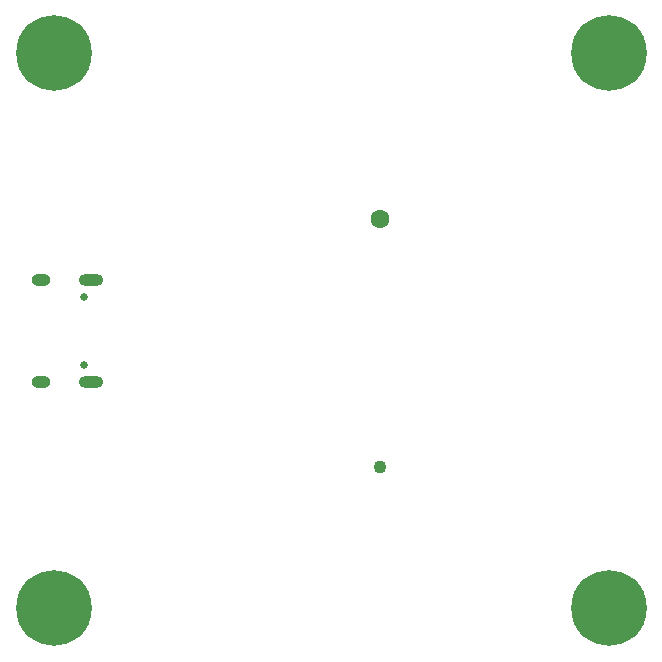
<source format=gbs>
%TF.GenerationSoftware,KiCad,Pcbnew,(6.0.5)*%
%TF.CreationDate,2024-08-03T11:57:57+02:00*%
%TF.ProjectId,gl823k_card_reader,676c3832-336b-45f6-9361-72645f726561,rev?*%
%TF.SameCoordinates,Original*%
%TF.FileFunction,Soldermask,Bot*%
%TF.FilePolarity,Negative*%
%FSLAX46Y46*%
G04 Gerber Fmt 4.6, Leading zero omitted, Abs format (unit mm)*
G04 Created by KiCad (PCBNEW (6.0.5)) date 2024-08-03 11:57:57*
%MOMM*%
%LPD*%
G01*
G04 APERTURE LIST*
%ADD10C,0.650000*%
%ADD11O,1.600000X1.000000*%
%ADD12O,2.100000X1.000000*%
%ADD13C,6.400000*%
%ADD14C,1.100000*%
%ADD15C,1.600000*%
G04 APERTURE END LIST*
D10*
%TO.C,J1*%
X127600000Y-93390000D03*
X127600000Y-87610000D03*
D11*
X123950000Y-94820000D03*
D12*
X128130000Y-86180000D03*
X128130000Y-94820000D03*
D11*
X123950000Y-86180000D03*
%TD*%
D13*
%TO.C,H4*%
X172000000Y-114000000D03*
%TD*%
D14*
%TO.C,J2*%
X152600000Y-102000000D03*
D15*
X152600000Y-81000000D03*
%TD*%
D13*
%TO.C,H3*%
X125000000Y-67000000D03*
%TD*%
%TO.C,H2*%
X172000000Y-67000000D03*
%TD*%
%TO.C,H1*%
X125000000Y-114000000D03*
%TD*%
M02*

</source>
